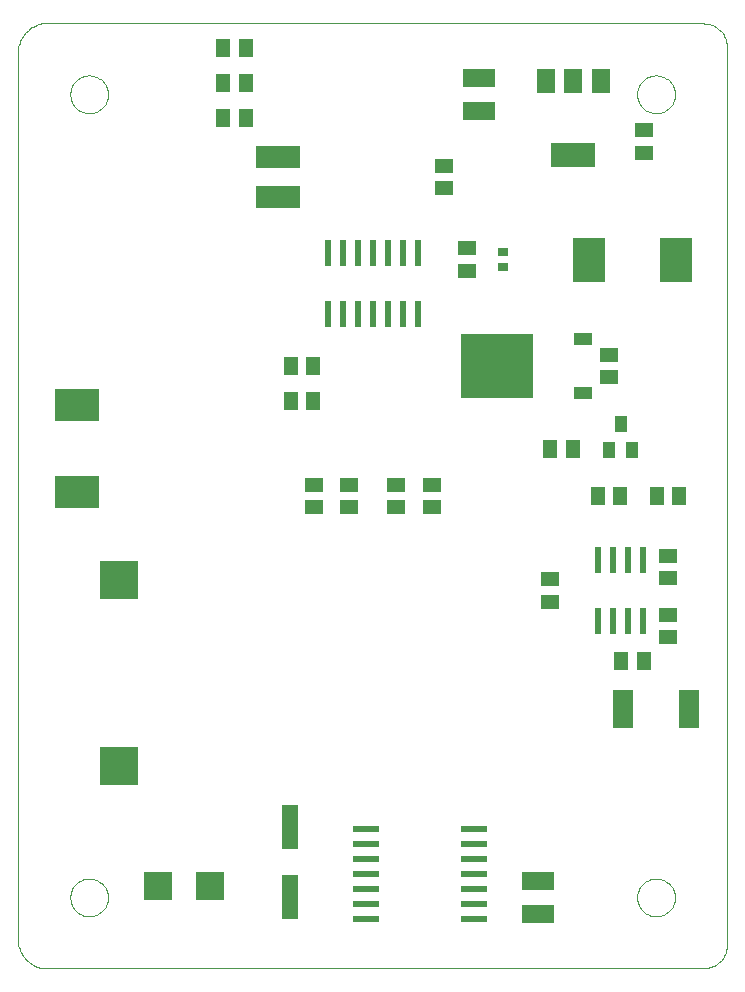
<source format=gtp>
G75*
G70*
%OFA0B0*%
%FSLAX24Y24*%
%IPPOS*%
%LPD*%
%AMOC8*
5,1,8,0,0,1.08239X$1,22.5*
%
%ADD10C,0.0000*%
%ADD11R,0.0591X0.0512*%
%ADD12R,0.0512X0.0591*%
%ADD13R,0.1500X0.0760*%
%ADD14R,0.0236X0.0866*%
%ADD15R,0.0866X0.0236*%
%ADD16R,0.1063X0.0630*%
%ADD17R,0.0551X0.1496*%
%ADD18R,0.1260X0.1260*%
%ADD19R,0.2441X0.2126*%
%ADD20R,0.0630X0.0394*%
%ADD21R,0.0394X0.0551*%
%ADD22R,0.0709X0.1260*%
%ADD23R,0.0591X0.0787*%
%ADD24R,0.1496X0.0787*%
%ADD25R,0.1102X0.1496*%
%ADD26R,0.1496X0.1102*%
%ADD27R,0.0945X0.0945*%
%ADD28R,0.0354X0.0276*%
D10*
X015719Y008027D02*
X015719Y037160D01*
X015718Y037160D02*
X015708Y037220D01*
X015702Y037280D01*
X015699Y037341D01*
X015700Y037401D01*
X015704Y037462D01*
X015713Y037522D01*
X015724Y037581D01*
X015740Y037640D01*
X015759Y037698D01*
X015781Y037754D01*
X015807Y037809D01*
X015836Y037862D01*
X015868Y037914D01*
X015903Y037963D01*
X015941Y038011D01*
X015982Y038055D01*
X016025Y038098D01*
X016071Y038137D01*
X016119Y038174D01*
X016170Y038208D01*
X016222Y038238D01*
X016276Y038266D01*
X016332Y038290D01*
X016389Y038311D01*
X016447Y038328D01*
X016506Y038342D01*
X038553Y038342D01*
X038553Y038341D02*
X038607Y038339D01*
X038660Y038334D01*
X038713Y038325D01*
X038765Y038312D01*
X038817Y038296D01*
X038867Y038276D01*
X038915Y038253D01*
X038962Y038226D01*
X039007Y038197D01*
X039050Y038164D01*
X039090Y038129D01*
X039128Y038091D01*
X039163Y038051D01*
X039196Y038008D01*
X039225Y037963D01*
X039252Y037916D01*
X039275Y037868D01*
X039295Y037818D01*
X039311Y037766D01*
X039324Y037714D01*
X039333Y037661D01*
X039338Y037608D01*
X039340Y037554D01*
X039341Y037554D02*
X039341Y007633D01*
X039340Y007633D02*
X039338Y007579D01*
X039333Y007526D01*
X039324Y007473D01*
X039311Y007421D01*
X039295Y007369D01*
X039275Y007319D01*
X039252Y007271D01*
X039225Y007224D01*
X039196Y007179D01*
X039163Y007136D01*
X039128Y007096D01*
X039090Y007058D01*
X039050Y007023D01*
X039007Y006990D01*
X038962Y006961D01*
X038915Y006934D01*
X038867Y006911D01*
X038817Y006891D01*
X038765Y006875D01*
X038713Y006862D01*
X038660Y006853D01*
X038607Y006848D01*
X038553Y006846D01*
X016506Y006846D01*
X016506Y006845D02*
X016447Y006859D01*
X016389Y006876D01*
X016332Y006897D01*
X016276Y006921D01*
X016222Y006949D01*
X016170Y006979D01*
X016119Y007013D01*
X016071Y007050D01*
X016025Y007089D01*
X015982Y007132D01*
X015941Y007176D01*
X015903Y007224D01*
X015868Y007273D01*
X015836Y007325D01*
X015807Y007378D01*
X015781Y007433D01*
X015759Y007489D01*
X015740Y007547D01*
X015724Y007606D01*
X015713Y007665D01*
X015704Y007725D01*
X015700Y007786D01*
X015699Y007846D01*
X015702Y007907D01*
X015708Y007967D01*
X015718Y008027D01*
X017451Y009208D02*
X017453Y009258D01*
X017459Y009308D01*
X017469Y009357D01*
X017483Y009405D01*
X017500Y009452D01*
X017521Y009497D01*
X017546Y009541D01*
X017574Y009582D01*
X017606Y009621D01*
X017640Y009658D01*
X017677Y009692D01*
X017717Y009722D01*
X017759Y009749D01*
X017803Y009773D01*
X017849Y009794D01*
X017896Y009810D01*
X017944Y009823D01*
X017994Y009832D01*
X018043Y009837D01*
X018094Y009838D01*
X018144Y009835D01*
X018193Y009828D01*
X018242Y009817D01*
X018290Y009802D01*
X018336Y009784D01*
X018381Y009762D01*
X018424Y009736D01*
X018465Y009707D01*
X018504Y009675D01*
X018540Y009640D01*
X018572Y009602D01*
X018602Y009562D01*
X018629Y009519D01*
X018652Y009475D01*
X018671Y009429D01*
X018687Y009381D01*
X018699Y009332D01*
X018707Y009283D01*
X018711Y009233D01*
X018711Y009183D01*
X018707Y009133D01*
X018699Y009084D01*
X018687Y009035D01*
X018671Y008987D01*
X018652Y008941D01*
X018629Y008897D01*
X018602Y008854D01*
X018572Y008814D01*
X018540Y008776D01*
X018504Y008741D01*
X018465Y008709D01*
X018424Y008680D01*
X018381Y008654D01*
X018336Y008632D01*
X018290Y008614D01*
X018242Y008599D01*
X018193Y008588D01*
X018144Y008581D01*
X018094Y008578D01*
X018043Y008579D01*
X017994Y008584D01*
X017944Y008593D01*
X017896Y008606D01*
X017849Y008622D01*
X017803Y008643D01*
X017759Y008667D01*
X017717Y008694D01*
X017677Y008724D01*
X017640Y008758D01*
X017606Y008795D01*
X017574Y008834D01*
X017546Y008875D01*
X017521Y008919D01*
X017500Y008964D01*
X017483Y009011D01*
X017469Y009059D01*
X017459Y009108D01*
X017453Y009158D01*
X017451Y009208D01*
X036349Y009208D02*
X036351Y009258D01*
X036357Y009308D01*
X036367Y009357D01*
X036381Y009405D01*
X036398Y009452D01*
X036419Y009497D01*
X036444Y009541D01*
X036472Y009582D01*
X036504Y009621D01*
X036538Y009658D01*
X036575Y009692D01*
X036615Y009722D01*
X036657Y009749D01*
X036701Y009773D01*
X036747Y009794D01*
X036794Y009810D01*
X036842Y009823D01*
X036892Y009832D01*
X036941Y009837D01*
X036992Y009838D01*
X037042Y009835D01*
X037091Y009828D01*
X037140Y009817D01*
X037188Y009802D01*
X037234Y009784D01*
X037279Y009762D01*
X037322Y009736D01*
X037363Y009707D01*
X037402Y009675D01*
X037438Y009640D01*
X037470Y009602D01*
X037500Y009562D01*
X037527Y009519D01*
X037550Y009475D01*
X037569Y009429D01*
X037585Y009381D01*
X037597Y009332D01*
X037605Y009283D01*
X037609Y009233D01*
X037609Y009183D01*
X037605Y009133D01*
X037597Y009084D01*
X037585Y009035D01*
X037569Y008987D01*
X037550Y008941D01*
X037527Y008897D01*
X037500Y008854D01*
X037470Y008814D01*
X037438Y008776D01*
X037402Y008741D01*
X037363Y008709D01*
X037322Y008680D01*
X037279Y008654D01*
X037234Y008632D01*
X037188Y008614D01*
X037140Y008599D01*
X037091Y008588D01*
X037042Y008581D01*
X036992Y008578D01*
X036941Y008579D01*
X036892Y008584D01*
X036842Y008593D01*
X036794Y008606D01*
X036747Y008622D01*
X036701Y008643D01*
X036657Y008667D01*
X036615Y008694D01*
X036575Y008724D01*
X036538Y008758D01*
X036504Y008795D01*
X036472Y008834D01*
X036444Y008875D01*
X036419Y008919D01*
X036398Y008964D01*
X036381Y009011D01*
X036367Y009059D01*
X036357Y009108D01*
X036351Y009158D01*
X036349Y009208D01*
X036349Y035979D02*
X036351Y036029D01*
X036357Y036079D01*
X036367Y036128D01*
X036381Y036176D01*
X036398Y036223D01*
X036419Y036268D01*
X036444Y036312D01*
X036472Y036353D01*
X036504Y036392D01*
X036538Y036429D01*
X036575Y036463D01*
X036615Y036493D01*
X036657Y036520D01*
X036701Y036544D01*
X036747Y036565D01*
X036794Y036581D01*
X036842Y036594D01*
X036892Y036603D01*
X036941Y036608D01*
X036992Y036609D01*
X037042Y036606D01*
X037091Y036599D01*
X037140Y036588D01*
X037188Y036573D01*
X037234Y036555D01*
X037279Y036533D01*
X037322Y036507D01*
X037363Y036478D01*
X037402Y036446D01*
X037438Y036411D01*
X037470Y036373D01*
X037500Y036333D01*
X037527Y036290D01*
X037550Y036246D01*
X037569Y036200D01*
X037585Y036152D01*
X037597Y036103D01*
X037605Y036054D01*
X037609Y036004D01*
X037609Y035954D01*
X037605Y035904D01*
X037597Y035855D01*
X037585Y035806D01*
X037569Y035758D01*
X037550Y035712D01*
X037527Y035668D01*
X037500Y035625D01*
X037470Y035585D01*
X037438Y035547D01*
X037402Y035512D01*
X037363Y035480D01*
X037322Y035451D01*
X037279Y035425D01*
X037234Y035403D01*
X037188Y035385D01*
X037140Y035370D01*
X037091Y035359D01*
X037042Y035352D01*
X036992Y035349D01*
X036941Y035350D01*
X036892Y035355D01*
X036842Y035364D01*
X036794Y035377D01*
X036747Y035393D01*
X036701Y035414D01*
X036657Y035438D01*
X036615Y035465D01*
X036575Y035495D01*
X036538Y035529D01*
X036504Y035566D01*
X036472Y035605D01*
X036444Y035646D01*
X036419Y035690D01*
X036398Y035735D01*
X036381Y035782D01*
X036367Y035830D01*
X036357Y035879D01*
X036351Y035929D01*
X036349Y035979D01*
X017451Y035979D02*
X017453Y036029D01*
X017459Y036079D01*
X017469Y036128D01*
X017483Y036176D01*
X017500Y036223D01*
X017521Y036268D01*
X017546Y036312D01*
X017574Y036353D01*
X017606Y036392D01*
X017640Y036429D01*
X017677Y036463D01*
X017717Y036493D01*
X017759Y036520D01*
X017803Y036544D01*
X017849Y036565D01*
X017896Y036581D01*
X017944Y036594D01*
X017994Y036603D01*
X018043Y036608D01*
X018094Y036609D01*
X018144Y036606D01*
X018193Y036599D01*
X018242Y036588D01*
X018290Y036573D01*
X018336Y036555D01*
X018381Y036533D01*
X018424Y036507D01*
X018465Y036478D01*
X018504Y036446D01*
X018540Y036411D01*
X018572Y036373D01*
X018602Y036333D01*
X018629Y036290D01*
X018652Y036246D01*
X018671Y036200D01*
X018687Y036152D01*
X018699Y036103D01*
X018707Y036054D01*
X018711Y036004D01*
X018711Y035954D01*
X018707Y035904D01*
X018699Y035855D01*
X018687Y035806D01*
X018671Y035758D01*
X018652Y035712D01*
X018629Y035668D01*
X018602Y035625D01*
X018572Y035585D01*
X018540Y035547D01*
X018504Y035512D01*
X018465Y035480D01*
X018424Y035451D01*
X018381Y035425D01*
X018336Y035403D01*
X018290Y035385D01*
X018242Y035370D01*
X018193Y035359D01*
X018144Y035352D01*
X018094Y035349D01*
X018043Y035350D01*
X017994Y035355D01*
X017944Y035364D01*
X017896Y035377D01*
X017849Y035393D01*
X017803Y035414D01*
X017759Y035438D01*
X017717Y035465D01*
X017677Y035495D01*
X017640Y035529D01*
X017606Y035566D01*
X017574Y035605D01*
X017546Y035646D01*
X017521Y035690D01*
X017500Y035735D01*
X017483Y035782D01*
X017469Y035830D01*
X017459Y035879D01*
X017453Y035929D01*
X017451Y035979D01*
D11*
X025561Y022968D03*
X025561Y022220D03*
X026742Y022220D03*
X026742Y022968D03*
X028317Y022968D03*
X028317Y022220D03*
X029498Y022220D03*
X029498Y022968D03*
X033435Y019818D03*
X033435Y019070D03*
X037372Y018637D03*
X037372Y017889D03*
X037372Y019857D03*
X037372Y020605D03*
X035404Y026550D03*
X035404Y027298D03*
X030679Y030094D03*
X030679Y030842D03*
X029892Y032849D03*
X029892Y033598D03*
X036585Y034031D03*
X036585Y034779D03*
D12*
X034203Y024168D03*
X033455Y024168D03*
X035030Y022594D03*
X035778Y022594D03*
X036998Y022594D03*
X037746Y022594D03*
X036565Y017082D03*
X035817Y017082D03*
X025542Y025743D03*
X024794Y025743D03*
X024794Y026924D03*
X025542Y026924D03*
X023298Y035192D03*
X022549Y035192D03*
X022549Y036373D03*
X023298Y036373D03*
X023298Y037515D03*
X022549Y037515D03*
D13*
X024380Y033893D03*
X024380Y032554D03*
D14*
X026030Y030704D03*
X026530Y030704D03*
X027030Y030704D03*
X027530Y030704D03*
X028030Y030704D03*
X028530Y030704D03*
X029030Y030704D03*
X029030Y028657D03*
X028530Y028657D03*
X028030Y028657D03*
X027530Y028657D03*
X027030Y028657D03*
X026530Y028657D03*
X026030Y028657D03*
X035048Y020468D03*
X035548Y020468D03*
X036048Y020468D03*
X036548Y020468D03*
X036548Y018420D03*
X036048Y018420D03*
X035548Y018420D03*
X035048Y018420D03*
D15*
X030916Y011495D03*
X030916Y010995D03*
X030916Y010495D03*
X030916Y009995D03*
X030916Y009495D03*
X030916Y008995D03*
X030916Y008495D03*
X027294Y008495D03*
X027294Y008995D03*
X027294Y009495D03*
X027294Y009995D03*
X027294Y010495D03*
X027294Y010995D03*
X027294Y011495D03*
D16*
X033042Y009759D03*
X033042Y008657D03*
X031073Y035428D03*
X031073Y036531D03*
D17*
X024774Y011570D03*
X024774Y009208D03*
D18*
X019065Y013578D03*
X019065Y019798D03*
D19*
X031664Y026924D03*
D20*
X034538Y026027D03*
X034538Y027822D03*
D21*
X035798Y024995D03*
X036172Y024129D03*
X035423Y024129D03*
D22*
X035876Y015507D03*
X038081Y015507D03*
D23*
X035128Y036432D03*
X034223Y036432D03*
X033317Y036432D03*
D24*
X034223Y033952D03*
D25*
X034735Y030468D03*
X037648Y030468D03*
D26*
X017687Y025625D03*
X017687Y022712D03*
D27*
X020364Y009601D03*
X022097Y009601D03*
D28*
X031860Y030212D03*
X031860Y030723D03*
M02*

</source>
